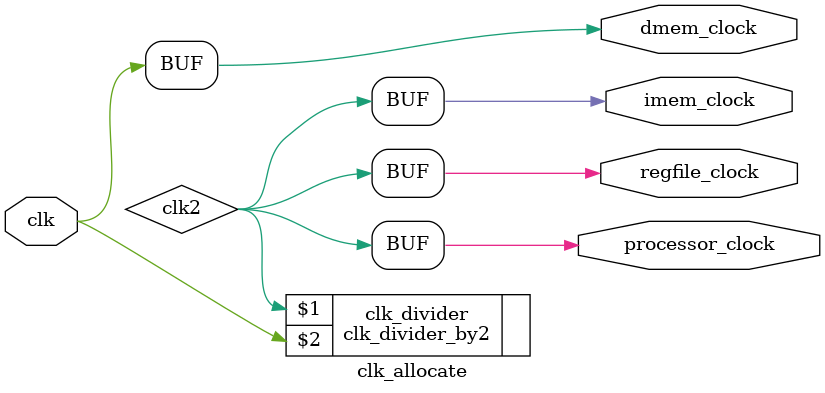
<source format=v>
module clk_allocate(imem_clock, dmem_clock, processor_clock, regfile_clock, clk);
	output imem_clock, dmem_clock, processor_clock, regfile_clock;
	input clk;
	
	wire  clk2;
	
	clk_divider_by2 clk_divider(clk2, clk);
	assign imem_clock = clk2;
	assign dmem_clock = clk;
	assign processor_clock = clk2;
	assign regfile_clock = clk2;
	
endmodule


</source>
